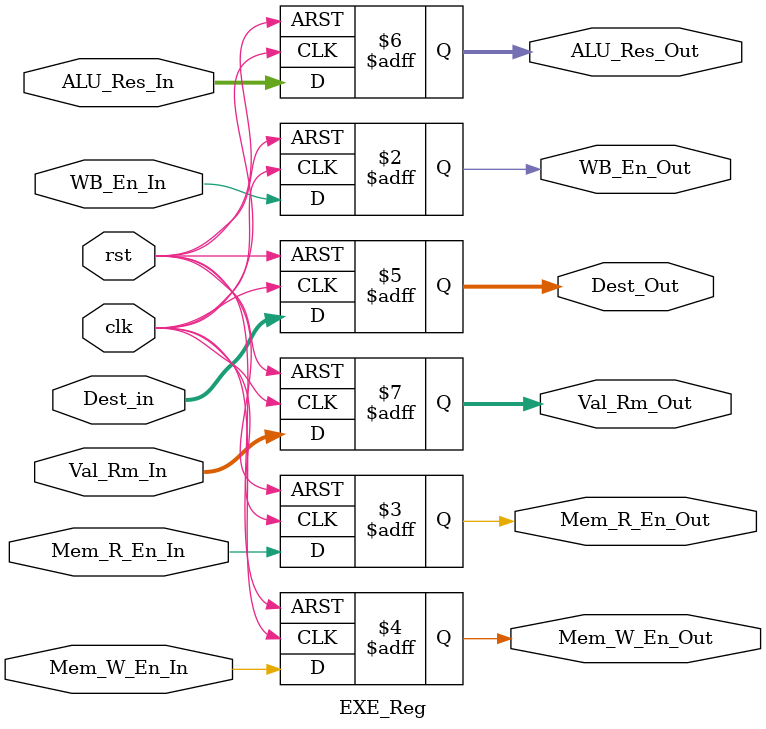
<source format=v>
module EXE_Reg
    (
	input clk, rst, WB_En_In, Mem_R_En_In, Mem_W_En_In,
    input [3:0]Dest_in,
	input [31:0] ALU_Res_In, Val_Rm_In,
	
	output reg WB_En_Out, Mem_R_En_Out, Mem_W_En_Out,  
    output reg [3:0] Dest_Out,
	output reg [31:0] ALU_Res_Out, Val_Rm_Out
    );
	
	always@(posedge clk, posedge rst)
    begin
		if (rst)
			{WB_En_Out, Mem_R_En_Out, Mem_W_En_Out, ALU_Res_Out, Val_Rm_Out, Dest_Out} = 71'd0;
		else 
        begin 
			WB_En_Out    =    WB_En_In;
			Mem_R_En_Out = Mem_R_En_In;
			Mem_W_En_Out = Mem_W_En_In;
			ALU_Res_Out  =  ALU_Res_In;
			Val_Rm_Out   =   Val_Rm_In;
			Dest_Out     =     Dest_in;
		end		
	end

endmodule
	

</source>
